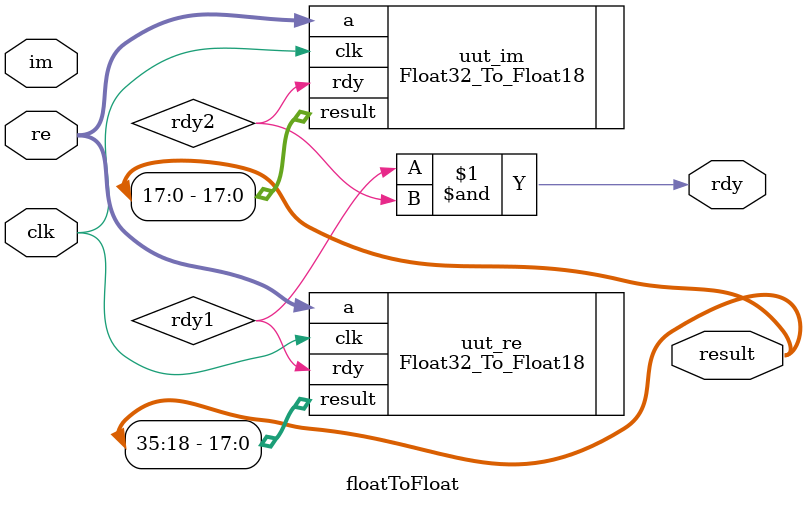
<source format=v>
`timescale 1ns / 1ps
module floatToFloat(
	clk,
	re,
	im,
	rdy,
	result
	);
	input clk;
	input [31:0] re;
	input [31:0] im;
	output rdy;
	output wire [35:0] result;
	
	wire rdy1;
	Float32_To_Float18 uut_re(
	.clk(clk),
	.a(re),
	.rdy(rdy1),
	.result(result[35:18])
	);
	wire rdy2;
	Float32_To_Float18 uut_im(
	.clk(clk),
	.a(re),
	.rdy(rdy2),
	.result(result[17:0])
	);
	
	assign rdy = rdy1 & rdy2;

endmodule

</source>
